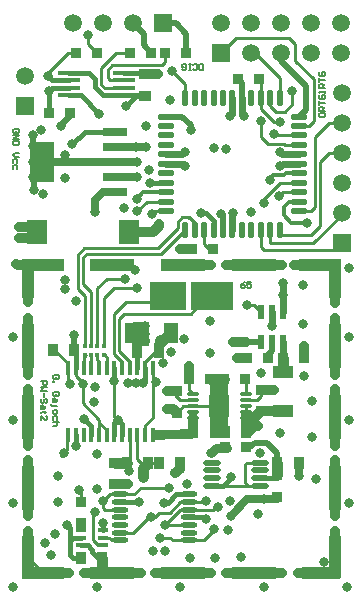
<source format=gtl>
G04 Layer_Physical_Order=1*
G04 Layer_Color=255*
%FSLAX24Y24*%
%MOIN*%
G70*
G01*
G75*
%ADD10R,0.0335X0.0157*%
%ADD11R,0.0374X0.0394*%
%ADD12R,0.0354X0.0354*%
%ADD13R,0.1496X0.0394*%
%ADD14R,0.0394X0.1496*%
%ADD15R,0.0394X0.1276*%
%ADD16R,0.1406X0.0394*%
%ADD17R,0.1276X0.0394*%
%ADD18R,0.0394X0.1406*%
%ADD19R,0.0244X0.0480*%
%ADD20R,0.0354X0.0354*%
%ADD21R,0.0394X0.0374*%
%ADD22R,0.0669X0.0433*%
%ADD23R,0.0709X0.0787*%
%ADD24R,0.0846X0.1358*%
%ADD25R,0.0846X0.0276*%
%ADD26O,0.0433X0.0120*%
%ADD27R,0.0661X0.0740*%
%ADD28O,0.0551X0.0177*%
%ADD29O,0.0768X0.0157*%
%ADD30O,0.0571X0.0217*%
%ADD31O,0.0217X0.0571*%
%ADD32O,0.0157X0.0472*%
%ADD33R,0.0177X0.0177*%
%ADD34R,0.0118X0.0177*%
%ADD35O,0.0591X0.0177*%
%ADD36R,0.0453X0.0709*%
%ADD37C,0.0100*%
%ADD38C,0.0120*%
%ADD39C,0.0150*%
%ADD40C,0.0320*%
%ADD41C,0.0350*%
%ADD42C,0.0300*%
%ADD43C,0.0160*%
%ADD44C,0.0200*%
%ADD45C,0.0240*%
%ADD46C,0.0250*%
%ADD47C,0.0170*%
%ADD48C,0.0110*%
%ADD49C,0.0270*%
%ADD50C,0.0220*%
%ADD51C,0.0180*%
%ADD52C,0.0060*%
%ADD53R,0.0570X0.0790*%
%ADD54R,0.0645X0.0469*%
%ADD55R,0.0297X0.0250*%
%ADD56R,0.1443X0.0933*%
%ADD57R,0.1232X0.0930*%
%ADD58R,0.0340X0.0130*%
%ADD59R,0.0410X0.0320*%
%ADD60C,0.0591*%
%ADD61R,0.0591X0.0591*%
%ADD62R,0.0591X0.0591*%
%ADD63C,0.0320*%
D10*
X13154Y11800D02*
D03*
X13154Y12056D02*
D03*
Y11544D02*
D03*
X12406D02*
D03*
Y11800D02*
D03*
Y12056D02*
D03*
D11*
X12406Y11120D02*
D03*
X13114D02*
D03*
X15000Y14291D02*
D03*
X15709D02*
D03*
X14291Y17992D02*
D03*
X15000D02*
D03*
X13937Y14291D02*
D03*
X14646D02*
D03*
X16157Y15315D02*
D03*
X16865D02*
D03*
X17928D02*
D03*
X17220D02*
D03*
X12173Y18040D02*
D03*
X11464D02*
D03*
X18957Y14289D02*
D03*
X19666D02*
D03*
D12*
X12420Y12286D02*
D03*
Y12994D02*
D03*
X18401Y16730D02*
D03*
Y16022D02*
D03*
X15608Y16673D02*
D03*
Y15965D02*
D03*
X18952Y13873D02*
D03*
Y13165D02*
D03*
D13*
X18177Y20870D02*
D03*
X15815D02*
D03*
X13453D02*
D03*
Y10630D02*
D03*
X15815D02*
D03*
X18177D02*
D03*
D14*
X20870Y13453D02*
D03*
Y15815D02*
D03*
Y18177D02*
D03*
X10630D02*
D03*
Y15815D02*
D03*
Y13453D02*
D03*
D15*
X20870Y20429D02*
D03*
X10630D02*
D03*
D16*
X20364Y20870D02*
D03*
X11136D02*
D03*
Y10630D02*
D03*
D17*
X20429D02*
D03*
D18*
X20870Y11136D02*
D03*
X10630D02*
D03*
D19*
X19154Y18303D02*
D03*
Y19335D02*
D03*
X18780Y18303D02*
D03*
Y19335D02*
D03*
X18406D02*
D03*
Y18303D02*
D03*
D20*
X18661Y17795D02*
D03*
X17953D02*
D03*
X19134D02*
D03*
X19843D02*
D03*
X15999Y17087D02*
D03*
X16708D02*
D03*
X17889D02*
D03*
X17180D02*
D03*
X14046Y27950D02*
D03*
X14754D02*
D03*
X11339Y25952D02*
D03*
X12048D02*
D03*
X15197Y27953D02*
D03*
X15906D02*
D03*
X12246Y27950D02*
D03*
X12954D02*
D03*
X16811Y21417D02*
D03*
X16102D02*
D03*
X17205Y14803D02*
D03*
X17913D02*
D03*
X18346Y27087D02*
D03*
X17638D02*
D03*
D21*
X13543Y13583D02*
D03*
Y14291D02*
D03*
X14536Y27239D02*
D03*
Y26531D02*
D03*
D22*
X19134Y16004D02*
D03*
Y17303D02*
D03*
D23*
X14026Y21978D02*
D03*
X10955D02*
D03*
D24*
X11105Y24335D02*
D03*
D25*
X13546Y25329D02*
D03*
Y24827D02*
D03*
Y24315D02*
D03*
Y23813D02*
D03*
Y23311D02*
D03*
D26*
X17904Y15785D02*
D03*
Y15982D02*
D03*
Y16179D02*
D03*
Y16376D02*
D03*
Y16573D02*
D03*
X16132Y15785D02*
D03*
Y15982D02*
D03*
Y16179D02*
D03*
Y16376D02*
D03*
Y16573D02*
D03*
D27*
X17018Y16179D02*
D03*
D28*
X16021Y11703D02*
D03*
Y11959D02*
D03*
Y12215D02*
D03*
Y12470D02*
D03*
Y12726D02*
D03*
Y12982D02*
D03*
Y13238D02*
D03*
X13698Y11703D02*
D03*
Y11959D02*
D03*
Y12215D02*
D03*
Y12470D02*
D03*
Y12726D02*
D03*
Y12982D02*
D03*
Y13238D02*
D03*
D29*
X12010Y27294D02*
D03*
Y27044D02*
D03*
Y26794D02*
D03*
Y26544D02*
D03*
X13841Y27294D02*
D03*
Y27044D02*
D03*
Y26794D02*
D03*
Y26544D02*
D03*
D30*
X15257Y22683D02*
D03*
Y22998D02*
D03*
Y23313D02*
D03*
Y23628D02*
D03*
Y23943D02*
D03*
Y24258D02*
D03*
Y24573D02*
D03*
Y24888D02*
D03*
Y25203D02*
D03*
Y25518D02*
D03*
Y25833D02*
D03*
X19666D02*
D03*
Y25518D02*
D03*
Y25203D02*
D03*
Y24888D02*
D03*
Y24573D02*
D03*
Y24258D02*
D03*
Y23943D02*
D03*
Y23628D02*
D03*
Y23313D02*
D03*
Y22998D02*
D03*
Y22683D02*
D03*
D31*
X15887Y26463D02*
D03*
X16202D02*
D03*
X16517D02*
D03*
X16832D02*
D03*
X17147D02*
D03*
X17462D02*
D03*
X17777D02*
D03*
X18092D02*
D03*
X18407D02*
D03*
X18722D02*
D03*
X19037D02*
D03*
Y22053D02*
D03*
X18722D02*
D03*
X18407D02*
D03*
X18092D02*
D03*
X17777D02*
D03*
X17462D02*
D03*
X17147D02*
D03*
X16832D02*
D03*
X16517D02*
D03*
X16202D02*
D03*
X15887D02*
D03*
D32*
X11991Y15207D02*
D03*
X12247D02*
D03*
X12503D02*
D03*
X12759D02*
D03*
X13015D02*
D03*
X13271D02*
D03*
X13527D02*
D03*
X13783D02*
D03*
X14039D02*
D03*
X14294D02*
D03*
X14550D02*
D03*
X14806D02*
D03*
X11991Y17452D02*
D03*
X12247D02*
D03*
X12503D02*
D03*
X12759D02*
D03*
X13015D02*
D03*
X13271D02*
D03*
X13527D02*
D03*
X13783D02*
D03*
X14039D02*
D03*
X14294D02*
D03*
X14550D02*
D03*
X14806D02*
D03*
D33*
X12539Y17875D02*
D03*
X13169D02*
D03*
Y18200D02*
D03*
X12539D02*
D03*
D34*
X12949Y17875D02*
D03*
X12759D02*
D03*
Y18200D02*
D03*
X12949D02*
D03*
D35*
X18379Y13525D02*
D03*
Y13781D02*
D03*
Y14037D02*
D03*
Y14293D02*
D03*
X16784Y13525D02*
D03*
Y13781D02*
D03*
Y14037D02*
D03*
Y14293D02*
D03*
D36*
X14114Y18622D02*
D03*
X15413D02*
D03*
D37*
X12949Y20114D02*
X13268Y20433D01*
X13878D01*
X14290Y22670D02*
X14618Y22998D01*
X15257D01*
X14809Y22683D02*
X15257D01*
X12310Y20086D02*
Y21226D01*
X12490Y20266D02*
Y21151D01*
X12310Y20086D02*
X12550Y19846D01*
Y18211D02*
Y19846D01*
X12759Y18200D02*
Y19997D01*
X12949Y18200D02*
Y20114D01*
X12539Y18200D02*
X12550Y18211D01*
X12490Y20266D02*
X12759Y19997D01*
X12490Y21151D02*
X12598Y21260D01*
X12310Y21226D02*
X12524Y21440D01*
X12360Y13400D02*
X12420Y13340D01*
Y12994D02*
Y13340D01*
X11960Y14740D02*
Y15176D01*
X11991Y15207D01*
X11752Y14532D02*
X11960Y14740D01*
X12800Y12550D02*
X12890Y12640D01*
X12800Y11710D02*
Y12550D01*
Y11710D02*
X12966Y11544D01*
X13154D01*
X13447Y11703D02*
X13698D01*
X13350Y11800D02*
X13447Y11703D01*
X13154Y11800D02*
X13350D01*
X13527Y15832D02*
Y17017D01*
Y15832D02*
X13630Y15729D01*
X18715Y25785D02*
X18850Y25650D01*
X18715Y25785D02*
Y25789D01*
X18545Y25959D02*
X18715Y25789D01*
X18541Y25959D02*
X18545D01*
X18407Y26093D02*
X18541Y25959D01*
X18850Y25650D02*
X19050D01*
X18407Y26093D02*
Y26463D01*
X19350Y28450D02*
X19550Y28250D01*
X17576Y28450D02*
X19350D01*
X17063Y27937D02*
X17576Y28450D01*
X19055Y23628D02*
X19666D01*
X18510Y23084D02*
X19055Y23628D01*
X16530Y12470D02*
X16590Y12410D01*
X16905Y12835D02*
X16968D01*
X16850Y12050D02*
Y12076D01*
X17138Y13525D02*
X17975D01*
X16797Y12726D02*
X16905Y12835D01*
X12247Y17181D02*
X12480Y16949D01*
X12247Y15207D02*
X12258Y15196D01*
X15999Y22455D02*
X16012Y22469D01*
X15986D02*
X15999Y22455D01*
X15788Y22469D02*
X15986D01*
X15649Y22329D02*
X15788Y22469D01*
X15649Y22105D02*
Y22329D01*
X14983Y21440D02*
X15649Y22105D01*
X12524Y21440D02*
X14983D01*
X15094Y21260D02*
X15887Y22053D01*
X12598Y21260D02*
X15094D01*
X16693Y21417D02*
X16811D01*
X16012Y22469D02*
X16202Y22279D01*
Y22053D02*
Y22279D01*
X18346Y27087D02*
X18407Y27026D01*
Y26463D02*
Y27026D01*
X13898Y19646D02*
X14961D01*
X13506Y19254D02*
X13898Y19646D01*
X13506Y17932D02*
Y19254D01*
X13686Y18007D02*
Y19080D01*
X16063Y19252D02*
X16260Y19449D01*
X13858Y19252D02*
X16063D01*
X13686Y19080D02*
X13858Y19252D01*
X17953Y19567D02*
X18173D01*
X18406Y19335D01*
X13504Y20118D02*
X14291D01*
X13169Y19783D02*
X13504Y20118D01*
X13169Y18200D02*
Y19783D01*
X19021Y23184D02*
X19150Y23313D01*
X19666D01*
X16517Y21593D02*
X16693Y21417D01*
X16526Y12982D02*
X16551Y13007D01*
X16021Y12982D02*
X16526D01*
X16021Y12726D02*
X16797D01*
X14409Y14291D02*
X14646D01*
X14294Y14406D02*
X14409Y14291D01*
X14294Y14406D02*
Y15207D01*
X14039Y14393D02*
Y15207D01*
X14176Y13240D02*
X14400Y13465D01*
X15354D01*
X13720Y13240D02*
X14176D01*
X16503Y11703D02*
X16850Y12050D01*
X14550Y17648D02*
X14894Y17992D01*
X14550Y17452D02*
Y17648D01*
X14894Y17992D02*
X15000D01*
X13506Y17932D02*
X13783Y17656D01*
Y17452D02*
Y17656D01*
X13686Y18007D02*
X14039Y17654D01*
Y17452D02*
Y17654D01*
X14806Y16980D02*
Y17452D01*
Y16980D02*
X14899D01*
X15999Y16706D02*
Y17087D01*
Y16706D02*
X16132Y16573D01*
X17889Y17126D02*
X17904Y17111D01*
Y16573D02*
Y17111D01*
X15608Y15965D02*
X15822Y16179D01*
X16132D01*
X17904Y15982D02*
Y16179D01*
X15211Y12210D02*
Y12221D01*
X15216Y12216D02*
X15217Y12215D01*
X15216Y12216D02*
X15216D01*
X15211Y12221D02*
X15216Y12216D01*
X15217Y12215D02*
X16021D01*
X13160Y13020D02*
X13377Y13238D01*
X13160Y12780D02*
Y13020D01*
X20067Y22683D02*
X20200Y22816D01*
X20380Y24325D02*
X20669Y24614D01*
X19666Y22683D02*
X20067D01*
X18740Y21604D02*
X20148D01*
X20876Y21388D02*
X21063Y21575D01*
X18514Y21388D02*
X20876D01*
X13015Y15207D02*
Y15633D01*
X12949Y17734D02*
Y17875D01*
Y17734D02*
X13015Y17667D01*
Y17452D02*
Y17667D01*
X18510Y22960D02*
Y23084D01*
X16021Y11703D02*
X16503D01*
X15365Y12630D02*
X15717Y12982D01*
X15021Y12630D02*
X15365D01*
X14871Y12480D02*
X15021Y12630D01*
X13199Y17875D02*
X13271Y17802D01*
Y17452D02*
Y17802D01*
X11991Y17452D02*
Y17598D01*
X11550Y18040D02*
X11991Y17598D01*
X11464Y18040D02*
X11550D01*
X19640Y25229D02*
X19666Y25203D01*
X11326Y27175D02*
Y27290D01*
X19037Y21918D02*
X19055Y21900D01*
X19037Y21918D02*
Y22053D01*
X11456Y18031D02*
X11464Y18040D01*
X10630Y11136D02*
X11136Y10630D01*
X14806Y15797D02*
Y16980D01*
X16517Y21593D02*
Y22053D01*
X18407Y21495D02*
Y22053D01*
Y21495D02*
X18514Y21388D01*
X18722Y21623D02*
X18740Y21604D01*
X18722Y21623D02*
Y22053D01*
X13301Y27399D02*
X13460Y27559D01*
X13301Y27110D02*
Y27399D01*
Y27110D02*
X13366Y27044D01*
X14150Y11959D02*
X14731Y12540D01*
X13698Y11959D02*
X14150D01*
X14731Y12480D02*
X14871D01*
X14731D02*
Y12540D01*
X15478Y11703D02*
X16021D01*
X15391Y11790D02*
X15478Y11703D01*
X15041Y11790D02*
X15391D01*
X15717Y12982D02*
X16021D01*
X15211Y12221D02*
X15716Y12726D01*
X13366Y27044D02*
X13841D01*
X13091Y26899D02*
X13196Y26794D01*
X13841D01*
X11336Y26615D02*
Y26675D01*
X15716Y12726D02*
X16021D01*
X13377Y13238D02*
X13698D01*
X13214Y12726D02*
X13698D01*
X13160Y12780D02*
X13214Y12726D01*
X12503Y17452D02*
Y17809D01*
X12569Y17875D01*
X12759Y17471D02*
Y17865D01*
X11991Y17067D02*
Y17452D01*
X12059Y16920D02*
Y17000D01*
X11991Y17067D02*
X12059Y17000D01*
X12247Y17181D02*
Y17452D01*
X17945Y14293D02*
X18379D01*
X17892Y14239D02*
X17945Y14293D01*
X17892Y13609D02*
Y14239D01*
Y13609D02*
X17975Y13525D01*
X18379D01*
X16021Y13238D02*
X16087D01*
X14550Y15207D02*
Y15541D01*
X14806Y15797D01*
X13271Y15207D02*
Y15377D01*
X13015Y15633D02*
X13271Y15377D01*
X19175Y24929D02*
X19217Y24888D01*
X19666D01*
X18425Y25157D02*
Y25669D01*
X18858Y25236D02*
Y25274D01*
X18425Y25157D02*
X18653Y24929D01*
X19175D01*
X18858Y25274D02*
X18903Y25229D01*
X19640D01*
X19037Y26463D02*
Y27105D01*
X19055Y21900D02*
X20089D01*
X20380Y22191D01*
Y24325D01*
X20148Y21604D02*
X21102Y22559D01*
Y22614D01*
X20669Y24614D02*
X21102D01*
X20669Y25614D02*
X21102D01*
X13460Y27559D02*
X15109D01*
X15197Y27647D01*
Y27953D01*
X13091Y27450D02*
X13591Y27950D01*
X14046D01*
X13091Y26899D02*
Y27450D01*
X11326Y27290D02*
X11985Y27950D01*
X12246D01*
X12650Y28254D02*
X12954Y27950D01*
X12650Y28254D02*
Y28550D01*
X15887Y26463D02*
Y26913D01*
X15450Y27350D02*
X15887Y26913D01*
X19550Y27699D02*
Y28250D01*
X18205Y27937D02*
X19037Y27105D01*
X18063Y27937D02*
X18205D01*
X18722Y26178D02*
Y26463D01*
Y26178D02*
X18900Y26000D01*
X19200D01*
X19450Y26250D01*
Y26700D01*
X12480Y16270D02*
Y16949D01*
Y16270D02*
X13015Y15735D01*
Y15633D02*
Y15735D01*
X20200Y22816D02*
Y25145D01*
X20669Y25614D01*
X19666Y25518D02*
X19998D01*
X20170Y25690D01*
Y27079D01*
X19550Y27699D02*
X20170Y27079D01*
D38*
X14483Y23313D02*
X15257D01*
X14270Y23100D02*
X14483Y23313D01*
X18829Y23879D02*
X19180D01*
X18740Y23790D02*
X18829Y23879D01*
X18740Y23790D02*
X18820Y23710D01*
X19180Y23879D02*
X19243Y23943D01*
X19666D01*
X18720Y23710D02*
X18820D01*
X19163Y22549D02*
Y22815D01*
X19347Y22998D01*
X19666D01*
X15608Y16469D02*
X15701Y16376D01*
X15608Y16469D02*
Y16673D01*
X19429Y22283D02*
X19961D01*
X19163Y22549D02*
X19429Y22283D01*
D39*
X14720Y23620D02*
X14728Y23628D01*
X15257D01*
X13630Y15729D02*
X13783Y15576D01*
Y15207D02*
Y15576D01*
X13527Y15626D02*
X13630Y15729D01*
X13527Y15207D02*
Y15626D01*
X11940Y12210D02*
X12030Y12120D01*
Y11700D02*
Y12120D01*
X12130Y11120D02*
X12406D01*
X12030Y11220D02*
X12130Y11120D01*
X12030Y11220D02*
Y11700D01*
X12130Y11800D01*
X12406D01*
X14488Y16968D02*
X14550Y17031D01*
Y17452D01*
X16832Y22053D02*
Y22361D01*
X16579Y22614D02*
X16832Y22361D01*
X16408Y22614D02*
X16579D01*
X12666Y27294D02*
X12864Y27096D01*
Y26816D02*
Y27096D01*
Y26816D02*
X13136Y26544D01*
X13926Y26195D02*
X14261Y26531D01*
X12552Y25329D02*
X13546D01*
X11336Y26675D02*
X11339Y26671D01*
Y25952D02*
Y26671D01*
X13841Y27294D02*
X14481D01*
X14261Y26531D02*
X14536D01*
X11326Y27175D02*
X11456Y27044D01*
X12010D01*
X11336Y26675D02*
X11455Y26794D01*
X12010D01*
X13136Y26544D02*
X13841D01*
X12010Y27294D02*
X12666D01*
X12128Y24905D02*
X12552Y25329D01*
X12247Y17452D02*
Y17965D01*
X16784Y13525D02*
X17138D01*
X17402Y13789D01*
Y13819D01*
X13841Y26544D02*
X14542D01*
X12247Y14853D02*
Y15207D01*
Y14853D02*
X12250Y14850D01*
X12759Y15207D02*
Y15521D01*
X12520Y15760D02*
X12759Y15521D01*
D40*
X13050Y10630D02*
X13453D01*
X12506D02*
X13050D01*
X14416Y18360D02*
X14540D01*
X14396Y18340D02*
X14416Y18360D01*
X14291Y18445D02*
X14396Y18340D01*
X14114Y18622D02*
X14291Y18445D01*
Y17992D02*
Y18445D01*
X15290Y16673D02*
X15608D01*
X15815Y20870D02*
X16762D01*
X17230D02*
X18177D01*
X15010Y22175D02*
Y22250D01*
X14813Y21978D02*
X15010Y22175D01*
X15709Y21417D02*
X16063D01*
X14026Y21978D02*
X14813D01*
X17480Y18307D02*
X17480Y18307D01*
X17913D01*
X18856Y16730D02*
X18858Y16732D01*
X18401Y16730D02*
X18856D01*
X19843Y17795D02*
Y18189D01*
X17598Y17795D02*
X17953D01*
X17928Y15761D02*
X18177Y15512D01*
X17904Y15785D02*
X18164D01*
X19116Y16022D02*
X19134Y16004D01*
X18401Y16022D02*
X19116D01*
X18164Y15785D02*
X18401Y16022D01*
X15551Y13937D02*
X15709Y14094D01*
Y14291D01*
X13543Y13583D02*
X13976D01*
X15000Y18209D02*
X15413Y18622D01*
X15000Y17992D02*
Y18209D01*
X15999Y17520D02*
X15999Y17520D01*
Y17087D02*
Y17520D01*
X15290Y16102D02*
X15470D01*
X15608Y15965D01*
X17980Y15315D02*
X18177Y15512D01*
X17928Y15315D02*
X17980D01*
X17904Y15785D02*
X17928Y15761D01*
Y15315D02*
Y15761D01*
X18177Y15512D02*
X18322D01*
X15763Y15236D02*
X16078D01*
X16157Y15315D01*
X16132Y15340D02*
X16157Y15315D01*
X16132Y15340D02*
Y15785D01*
X17904Y15654D02*
Y15785D01*
X13453Y10630D02*
X14400D01*
X11136D02*
X12020D01*
X10630Y11136D02*
Y12010D01*
X14868Y10630D02*
X15815D01*
X16762D01*
X17230D02*
X18177D01*
X19124D01*
X19644D02*
X20429D01*
X20866Y11059D02*
Y12006D01*
X10256Y20925D02*
X10311Y20870D01*
X11063D01*
X10630Y19644D02*
Y20429D01*
Y17230D02*
Y18177D01*
Y19124D01*
Y14868D02*
Y15815D01*
Y16762D01*
Y12506D02*
Y13453D01*
X19506Y20876D02*
X20453D01*
X20876Y19604D02*
Y20551D01*
X20870Y12506D02*
Y13453D01*
Y14400D01*
Y14868D02*
Y15815D01*
Y16762D01*
Y17230D02*
Y18177D01*
Y19124D01*
X10354Y22165D02*
X10768D01*
X10748Y21772D02*
X10955Y21978D01*
X10354Y21772D02*
X10748D01*
X14991Y27239D02*
X14994Y27242D01*
X14536Y27239D02*
X14991D01*
X10630Y11063D02*
Y11136D01*
Y20429D02*
Y20591D01*
X11073Y10630D02*
X11136D01*
X20429D02*
X20591D01*
X18177Y20870D02*
X19124D01*
X13453D02*
X13486D01*
X12943D02*
X13453D01*
X11063D02*
X11136D01*
X11059Y20866D02*
X11063Y20870D01*
X10630Y13453D02*
Y14400D01*
D41*
X13050Y10630D02*
X13114Y10694D01*
Y11120D01*
X19134Y17303D02*
Y17795D01*
X18952Y14283D02*
X18957Y14289D01*
X18952Y13873D02*
Y14283D01*
X14488Y14134D02*
X14646Y14291D01*
X14488Y13819D02*
Y14134D01*
X13543Y14291D02*
X13937D01*
X16708Y17087D02*
X17180D01*
D42*
X16912Y14799D02*
X17267D01*
X15157Y15236D02*
X15763D01*
X16742Y14629D02*
X16912Y14799D01*
D43*
X13150Y12270D02*
X13154Y12266D01*
Y12056D02*
Y12266D01*
X12790Y11310D02*
Y11400D01*
X12646Y11544D02*
X12790Y11400D01*
X12406Y11544D02*
X12646D01*
X12980Y11120D02*
X13114D01*
X12790Y11310D02*
X12980Y11120D01*
X13527Y17017D02*
Y17452D01*
X14294D02*
Y18015D01*
X12396Y26544D02*
X13016Y25925D01*
X12010Y26544D02*
X12396D01*
D44*
X17777Y26463D02*
Y26948D01*
X17638Y27087D02*
X17777Y26948D01*
X12165Y18543D02*
X12173Y18536D01*
Y18040D02*
Y18536D01*
X18661Y17795D02*
Y17898D01*
X18780Y18016D01*
Y18307D01*
X18402Y18307D02*
X18406Y18303D01*
X17913Y18307D02*
X18402D01*
X18055Y14803D02*
X18213Y14961D01*
X17913Y14803D02*
X18055D01*
X18957Y14289D02*
Y14620D01*
X18616Y14961D02*
X18957Y14620D01*
X18213Y14961D02*
X18616D01*
X10768Y22165D02*
X10955Y21978D01*
X11750Y25549D02*
X12048Y25847D01*
X11750Y25520D02*
Y25549D01*
X17068Y22594D02*
X17138Y22524D01*
Y22062D02*
Y22524D01*
Y22062D02*
X17147Y22053D01*
X10856Y23386D02*
Y23985D01*
X10806Y24035D02*
X10856Y23985D01*
X10806Y24035D02*
X11105Y24335D01*
X10817Y24622D02*
X11105Y24335D01*
X10817Y24622D02*
Y25207D01*
X15791Y25833D02*
X16073Y25551D01*
Y25374D02*
Y25551D01*
X15257Y25833D02*
X15791D01*
X12048Y25847D02*
Y25952D01*
X14157Y28937D02*
X14500Y28594D01*
Y28204D02*
Y28594D01*
Y28204D02*
X14754Y27950D01*
X15906Y27953D02*
Y28594D01*
X15563Y28937D02*
X15906Y28594D01*
X15157Y28937D02*
X15563D01*
X19063Y27687D02*
Y27937D01*
X19666Y25833D02*
X19900Y26066D01*
Y26850D01*
X19063Y27687D02*
X19900Y26850D01*
D45*
X19134Y17795D02*
X19154Y17815D01*
Y18303D01*
Y19882D02*
Y20295D01*
Y19335D02*
Y19882D01*
X18780Y18858D02*
X18780Y18858D01*
Y19335D01*
D46*
X17961Y13079D02*
X18946D01*
X17402Y12520D02*
X17961Y13079D01*
X19666Y13845D02*
Y14289D01*
D47*
X18379Y13781D02*
X18952D01*
X15310Y12960D02*
X15588Y13238D01*
X15301Y12960D02*
X15310D01*
X15588Y13238D02*
X16021D01*
Y12470D02*
X16530D01*
X13698Y12982D02*
X14349D01*
D48*
X17904Y16376D02*
X18268D01*
X18401Y16509D02*
Y16730D01*
X18268Y16376D02*
X18401Y16509D01*
X16132Y16179D02*
X17018D01*
X16132Y15785D02*
Y15982D01*
X15701Y16376D02*
X16132D01*
D49*
X11124Y24315D02*
X13546D01*
X14289D01*
X14236Y24827D02*
X14238Y24825D01*
X12888Y22645D02*
Y23055D01*
X13145Y23311D01*
X13546D01*
X14287Y23813D02*
X14288Y23815D01*
X13546Y23813D02*
X14287D01*
X14561Y24827D02*
X14567Y24833D01*
X13546Y24827D02*
X14236D01*
X14561D01*
D50*
X19055Y24639D02*
X19122Y24573D01*
X19666D01*
X19134Y24258D02*
X19666D01*
X19055Y24179D02*
X19134Y24258D01*
X17395Y25852D02*
X17462Y25918D01*
Y26463D01*
X17777Y25930D02*
Y26463D01*
Y25930D02*
X17855Y25852D01*
X15789Y24573D02*
X15868Y24652D01*
X15257Y24573D02*
X15789D01*
X15257Y24258D02*
X15802D01*
X15868Y24192D01*
X17462Y22053D02*
Y22598D01*
X17478Y22614D01*
D51*
X14349Y12982D02*
X14351Y12980D01*
D52*
X16490Y27380D02*
Y27580D01*
X16390D01*
X16357Y27547D01*
Y27413D01*
X16390Y27380D01*
X16490D01*
X16157Y27413D02*
X16190Y27380D01*
X16257D01*
X16290Y27413D01*
Y27547D01*
X16257Y27580D01*
X16190D01*
X16157Y27547D01*
X16090Y27380D02*
X16023D01*
X16057D01*
Y27580D01*
X16090D01*
X16023D01*
X15790Y27413D02*
X15824Y27380D01*
X15890D01*
X15924Y27413D01*
Y27547D01*
X15890Y27580D01*
X15824D01*
X15790Y27547D01*
Y27480D01*
X15857D01*
X10297Y25287D02*
X10330Y25320D01*
Y25387D01*
X10297Y25420D01*
X10163D01*
X10130Y25387D01*
Y25320D01*
X10163Y25287D01*
X10230D01*
Y25353D01*
X10130Y25220D02*
X10330D01*
X10130Y25087D01*
X10330D01*
Y25020D02*
X10130D01*
Y24920D01*
X10163Y24887D01*
X10297D01*
X10330Y24920D01*
Y25020D01*
Y24620D02*
X10197D01*
X10130Y24554D01*
X10197Y24487D01*
X10330D01*
X10263Y24287D02*
Y24387D01*
X10230Y24420D01*
X10163D01*
X10130Y24387D01*
Y24287D01*
X10263Y24087D02*
Y24187D01*
X10230Y24220D01*
X10163D01*
X10130Y24187D01*
Y24087D01*
X20393Y25810D02*
X20360Y25843D01*
Y25910D01*
X20393Y25943D01*
X20527D01*
X20560Y25910D01*
Y25843D01*
X20527Y25810D01*
X20393D01*
X20560Y26010D02*
X20360D01*
Y26110D01*
X20393Y26143D01*
X20460D01*
X20493Y26110D01*
Y26010D01*
Y26077D02*
X20560Y26143D01*
X20360Y26210D02*
Y26343D01*
Y26277D01*
X20560D01*
X20393Y26543D02*
X20360Y26510D01*
Y26443D01*
X20393Y26410D01*
X20527D01*
X20560Y26443D01*
Y26510D01*
X20527Y26543D01*
X20460D01*
Y26476D01*
X20560Y26610D02*
Y26676D01*
Y26643D01*
X20360D01*
X20393Y26610D01*
X20560Y26776D02*
X20360D01*
Y26876D01*
X20393Y26910D01*
X20460D01*
X20493Y26876D01*
Y26776D01*
Y26843D02*
X20560Y26910D01*
X20360Y26976D02*
Y27110D01*
Y27043D01*
X20560D01*
X20393Y27310D02*
X20360Y27276D01*
Y27210D01*
X20393Y27176D01*
X20527D01*
X20560Y27210D01*
Y27276D01*
X20527Y27310D01*
X20460D01*
Y27243D01*
X17893Y20310D02*
X17827Y20277D01*
X17760Y20210D01*
Y20143D01*
X17793Y20110D01*
X17860D01*
X17893Y20143D01*
Y20177D01*
X17860Y20210D01*
X17760D01*
X18093Y20310D02*
X17960D01*
Y20210D01*
X18027Y20243D01*
X18060D01*
X18093Y20210D01*
Y20143D01*
X18060Y20110D01*
X17993D01*
X17960Y20143D01*
X11637Y17077D02*
X11670Y17110D01*
Y17177D01*
X11637Y17210D01*
X11503D01*
X11470Y17177D01*
Y17110D01*
X11503Y17077D01*
X11570D01*
Y17143D01*
X11470Y17010D02*
X11503D01*
Y16977D01*
X11470D01*
Y17010D01*
X11637Y16510D02*
X11670Y16544D01*
Y16610D01*
X11637Y16644D01*
X11503D01*
X11470Y16610D01*
Y16544D01*
X11503Y16510D01*
X11570D01*
Y16577D01*
X11603Y16410D02*
Y16344D01*
X11570Y16310D01*
X11470D01*
Y16410D01*
X11503Y16444D01*
X11537Y16410D01*
Y16310D01*
X11403Y16244D02*
Y16210D01*
X11437Y16177D01*
X11603D01*
X11470Y16010D02*
Y15944D01*
X11503Y15910D01*
X11570D01*
X11603Y15944D01*
Y16010D01*
X11570Y16044D01*
X11503D01*
X11470Y16010D01*
X11603Y15710D02*
Y15810D01*
X11570Y15844D01*
X11503D01*
X11470Y15810D01*
Y15710D01*
X11670Y15644D02*
X11470D01*
X11570D01*
X11603Y15611D01*
Y15544D01*
X11570Y15511D01*
X11470D01*
X11080Y17020D02*
X11280D01*
Y16920D01*
X11247Y16887D01*
X11180D01*
X11147Y16920D01*
Y17020D01*
X11280Y16820D02*
X11080D01*
X11147Y16753D01*
X11080Y16687D01*
X11280D01*
X11180Y16620D02*
Y16487D01*
X11247Y16287D02*
X11280Y16320D01*
Y16387D01*
X11247Y16420D01*
X11213D01*
X11180Y16387D01*
Y16320D01*
X11147Y16287D01*
X11113D01*
X11080Y16320D01*
Y16387D01*
X11113Y16420D01*
X11213Y16187D02*
Y16120D01*
X11180Y16087D01*
X11080D01*
Y16187D01*
X11113Y16220D01*
X11147Y16187D01*
Y16087D01*
X11247Y15987D02*
X11213D01*
Y16020D01*
Y15954D01*
Y15987D01*
X11113D01*
X11080Y15954D01*
Y15720D02*
Y15854D01*
X11213Y15720D01*
X11247D01*
X11280Y15754D01*
Y15820D01*
X11247Y15854D01*
D53*
X14415Y18575D02*
D03*
D54*
X17020Y16691D02*
D03*
X17015Y15668D02*
D03*
D55*
X16148Y15834D02*
D03*
D56*
X16768Y19854D02*
D03*
D57*
X15324Y19865D02*
D03*
D58*
X17898Y15894D02*
D03*
D59*
X15004Y15230D02*
D03*
D60*
X21102Y26614D02*
D03*
Y25614D02*
D03*
Y24614D02*
D03*
Y23614D02*
D03*
Y22614D02*
D03*
X21063Y28937D02*
D03*
Y27937D02*
D03*
X20063Y28937D02*
D03*
Y27937D02*
D03*
X19063Y28937D02*
D03*
Y27937D02*
D03*
X18063Y28937D02*
D03*
Y27937D02*
D03*
X17063Y28937D02*
D03*
X12157D02*
D03*
X13157D02*
D03*
X14157D02*
D03*
X10551Y27181D02*
D03*
D61*
X21102Y21614D02*
D03*
X10551Y26181D02*
D03*
D62*
X17063Y27937D02*
D03*
X15157Y28937D02*
D03*
D63*
X13878Y20433D02*
D03*
X14290Y22670D02*
D03*
X14790Y22600D02*
D03*
X14720Y23620D02*
D03*
X11864Y20384D02*
D03*
X11864Y20069D02*
D03*
X12260Y19690D02*
D03*
X12360Y13400D02*
D03*
X11840Y14620D02*
D03*
X14270Y23100D02*
D03*
X16890Y11120D02*
D03*
X11940Y12210D02*
D03*
X12890Y12640D02*
D03*
X13150Y12270D02*
D03*
X14540Y18840D02*
D03*
Y18600D02*
D03*
Y18360D02*
D03*
X15040Y18390D02*
D03*
X15140Y17620D02*
D03*
X15850Y18430D02*
D03*
X15420Y18000D02*
D03*
X13990Y16960D02*
D03*
X14230D02*
D03*
X13527Y17017D02*
D03*
X16762Y20870D02*
D03*
X17230D02*
D03*
X15200Y11350D02*
D03*
X16590Y12410D02*
D03*
X16968Y12835D02*
D03*
X16850Y12076D02*
D03*
X17323Y12037D02*
D03*
X16575Y13031D02*
D03*
X15932Y13578D02*
D03*
X21336Y20800D02*
D03*
X15010Y22250D02*
D03*
X15709Y21417D02*
D03*
X12165Y18543D02*
D03*
X17480Y18307D02*
D03*
X17953Y19567D02*
D03*
X14291Y20118D02*
D03*
X19021Y23184D02*
D03*
X18858Y16732D02*
D03*
X19843Y18189D02*
D03*
X19154Y19882D02*
D03*
Y20295D02*
D03*
X18780Y18858D02*
D03*
X17598Y17795D02*
D03*
X18371Y14621D02*
D03*
X17402Y12520D02*
D03*
X15551Y13937D02*
D03*
X14016Y14016D02*
D03*
X13976Y13583D02*
D03*
X12953Y13425D02*
D03*
X14803Y11339D02*
D03*
X11535Y11929D02*
D03*
X11220Y11614D02*
D03*
X11417Y11220D02*
D03*
X14488Y13819D02*
D03*
X15354Y13465D02*
D03*
X14488Y16968D02*
D03*
X14899Y16980D02*
D03*
X17015Y16071D02*
D03*
X17023Y16378D02*
D03*
X15999Y17520D02*
D03*
X15290Y16102D02*
D03*
Y16673D02*
D03*
X18322Y15512D02*
D03*
X15763Y15236D02*
D03*
X12945Y10160D02*
D03*
X12506Y10630D02*
D03*
X14400D02*
D03*
X12020D02*
D03*
X10630Y12010D02*
D03*
X15723Y10160D02*
D03*
X14868Y10630D02*
D03*
X16762D02*
D03*
X17230D02*
D03*
X18500Y10160D02*
D03*
X19124Y10630D02*
D03*
X19644D02*
D03*
X20866Y12006D02*
D03*
X10630Y19644D02*
D03*
X10256Y20925D02*
D03*
X10630Y17230D02*
D03*
X10160Y18500D02*
D03*
X10630Y19124D02*
D03*
Y14868D02*
D03*
X10160Y15723D02*
D03*
X10630Y16762D02*
D03*
Y12506D02*
D03*
X10160Y12945D02*
D03*
X19506Y20876D02*
D03*
X20876Y19604D02*
D03*
X14200Y20730D02*
D03*
X20870Y12506D02*
D03*
X21336Y12945D02*
D03*
X20870Y14400D02*
D03*
Y14868D02*
D03*
X21336Y15723D02*
D03*
X20870Y16762D02*
D03*
Y19124D02*
D03*
Y17230D02*
D03*
X21336Y18500D02*
D03*
X10354Y22165D02*
D03*
Y21772D02*
D03*
X11890Y24567D02*
D03*
Y23780D02*
D03*
X10827Y23819D02*
D03*
Y24331D02*
D03*
Y24843D02*
D03*
X14567Y25512D02*
D03*
X18071Y22638D02*
D03*
X10160Y10167D02*
D03*
X21277Y10160D02*
D03*
X13160Y13020D02*
D03*
X18510Y22960D02*
D03*
X18720Y23710D02*
D03*
X16830Y24780D02*
D03*
X11750Y25520D02*
D03*
X12480Y16919D02*
D03*
X13630Y15729D02*
D03*
X10856Y23386D02*
D03*
X10817Y25207D02*
D03*
X15394Y26378D02*
D03*
X16073Y25374D02*
D03*
X19055Y24639D02*
D03*
X13858Y22776D02*
D03*
X11142Y23258D02*
D03*
X11063Y25374D02*
D03*
X17254Y24754D02*
D03*
X14994Y27242D02*
D03*
X14731Y12480D02*
D03*
X15191Y12960D02*
D03*
X14351Y12980D02*
D03*
X15211Y12210D02*
D03*
X15041Y11790D02*
D03*
X19055Y24179D02*
D03*
X17395Y25852D02*
D03*
X17855D02*
D03*
X15868Y24652D02*
D03*
Y24192D02*
D03*
X17068Y22594D02*
D03*
X13016Y25925D02*
D03*
X13926Y26195D02*
D03*
X11326Y27175D02*
D03*
X11336Y26675D02*
D03*
X14289Y24315D02*
D03*
X14238Y24825D02*
D03*
X12128Y24905D02*
D03*
X12888Y22645D02*
D03*
X14288Y23815D02*
D03*
X12059Y16920D02*
D03*
X17402Y13819D02*
D03*
X16742Y14629D02*
D03*
X18522Y13079D02*
D03*
X19666Y13845D02*
D03*
X17478Y22614D02*
D03*
X16408D02*
D03*
X19124Y20870D02*
D03*
X14567Y24833D02*
D03*
X18425Y25669D02*
D03*
X18858Y25236D02*
D03*
X19961Y22283D02*
D03*
X12650Y28550D02*
D03*
X15450Y27350D02*
D03*
X19050Y25650D02*
D03*
X19450Y26700D02*
D03*
X12250Y14850D02*
D03*
X10630Y14400D02*
D03*
X16720Y19030D02*
D03*
Y17940D02*
D03*
X19810Y20210D02*
D03*
X19800Y18920D02*
D03*
X19830Y17200D02*
D03*
X18420Y17270D02*
D03*
X20100Y16350D02*
D03*
Y15150D02*
D03*
X19060Y15280D02*
D03*
X20240Y13750D02*
D03*
X20510Y10990D02*
D03*
X17370Y13020D02*
D03*
X18300Y12600D02*
D03*
X17740Y11150D02*
D03*
X16060Y11120D02*
D03*
X11660Y12990D02*
D03*
X11650Y13840D02*
D03*
X12870Y16820D02*
D03*
X12860Y16320D02*
D03*
X12520Y15760D02*
D03*
X14670Y24060D02*
D03*
X12940Y14570D02*
D03*
M02*

</source>
